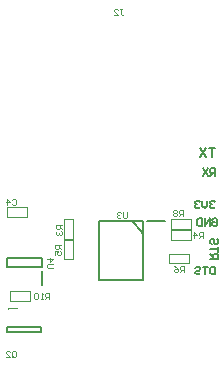
<source format=gbo>
G04*
G04 #@! TF.GenerationSoftware,Altium Limited,Altium Designer,20.0.2 (26)*
G04*
G04 Layer_Color=65535*
%FSLAX44Y44*%
%MOMM*%
G71*
G01*
G75*
%ADD10C,0.2000*%
%ADD14C,0.0762*%
%ADD15C,0.1270*%
%ADD16C,0.0760*%
%ADD99C,0.0500*%
D10*
X2965Y27369D02*
Y31369D01*
Y27369D02*
X31965D01*
Y31369D01*
X2965D02*
X31965D01*
X32996Y67547D02*
Y79047D01*
X2996Y82547D02*
X32996D01*
X2996D02*
Y90047D01*
X32996D01*
Y82547D02*
Y90047D01*
X108890Y121266D02*
X117780Y112376D01*
Y111506D02*
Y112376D01*
X122000Y121516D02*
X136750D01*
X118500Y71266D02*
Y121266D01*
X81500Y71266D02*
X118500D01*
X81500D02*
Y121266D01*
X118500D01*
D14*
X142146Y115021D02*
Y123321D01*
X158946D01*
Y115021D02*
Y123321D01*
X142146Y115021D02*
X158946D01*
X5567Y62042D02*
X22367D01*
X5567Y53741D02*
Y62042D01*
Y53741D02*
X22367D01*
Y62042D01*
X51113Y106040D02*
X59413D01*
X51113D02*
Y122840D01*
X59413D01*
Y106040D02*
Y122840D01*
X142146Y113574D02*
X158946D01*
X142146Y105274D02*
Y113574D01*
Y105274D02*
X158946D01*
Y113574D01*
X51113Y105716D02*
X59413D01*
Y88916D02*
Y105716D01*
X51113Y88916D02*
X59413D01*
X51113D02*
Y105716D01*
X140368Y93762D02*
X157168D01*
X140368Y85462D02*
Y93762D01*
Y85462D02*
X157168D01*
Y93762D01*
X42449Y81369D02*
X38217D01*
X37371Y82215D01*
Y83908D01*
X38217Y84754D01*
X42449D01*
X37371Y88986D02*
X42449D01*
X39910Y86447D01*
Y89833D01*
X38860Y55648D02*
Y60726D01*
X36321D01*
X35475Y59880D01*
Y58187D01*
X36321Y57341D01*
X38860D01*
X37168D02*
X35475Y55648D01*
X33782D02*
X32089D01*
X32936D01*
Y60726D01*
X33782Y59880D01*
X29550D02*
X28704Y60726D01*
X27011D01*
X26165Y59880D01*
Y56494D01*
X27011Y55648D01*
X28704D01*
X29550Y56494D01*
Y59880D01*
X7427Y7280D02*
Y10665D01*
X8274Y11512D01*
X9967D01*
X10813Y10665D01*
Y7280D01*
X9967Y6433D01*
X8274D01*
X9120Y8126D02*
X7427Y6433D01*
X8274D02*
X7427Y7280D01*
X2349Y6433D02*
X5735D01*
X2349Y9819D01*
Y10665D01*
X3196Y11512D01*
X4888D01*
X5735Y10665D01*
X7254Y139157D02*
X8101Y140003D01*
X9794D01*
X10640Y139157D01*
Y135771D01*
X9794Y134925D01*
X8101D01*
X7254Y135771D01*
X3022Y134925D02*
Y140003D01*
X5562Y137464D01*
X2176D01*
D15*
X179657Y82597D02*
Y76249D01*
X176483D01*
X175424Y77307D01*
Y81539D01*
X176483Y82597D01*
X179657D01*
X173309D02*
X169077D01*
X171193D01*
Y76249D01*
X162729Y81539D02*
X163787Y82597D01*
X165903D01*
X166961Y81539D01*
Y80481D01*
X165903Y79423D01*
X163787D01*
X162729Y78365D01*
Y77307D01*
X163787Y76249D01*
X165903D01*
X166961Y77307D01*
X175425Y89057D02*
X181773D01*
Y92231D01*
X180715Y93289D01*
X178599D01*
X177541Y92231D01*
Y89057D01*
Y91173D02*
X175425Y93289D01*
X181773Y95405D02*
Y99637D01*
Y97521D01*
X175425D01*
X180715Y105985D02*
X181773Y104927D01*
Y102811D01*
X180715Y101753D01*
X179657D01*
X178599Y102811D01*
Y104927D01*
X177541Y105985D01*
X176483D01*
X175425Y104927D01*
Y102811D01*
X176483Y101753D01*
X179291Y137608D02*
X178233Y138666D01*
X176117D01*
X175059Y137608D01*
Y136550D01*
X176117Y135492D01*
X177175D01*
X176117D01*
X175059Y134434D01*
Y133376D01*
X176117Y132318D01*
X178233D01*
X179291Y133376D01*
X172943Y138666D02*
Y134434D01*
X170827Y132318D01*
X168711Y134434D01*
Y138666D01*
X166595Y137608D02*
X165537Y138666D01*
X163421D01*
X162363Y137608D01*
Y136550D01*
X163421Y135492D01*
X164479D01*
X163421D01*
X162363Y134434D01*
Y133376D01*
X163421Y132318D01*
X165537D01*
X166595Y133376D01*
X177130Y122661D02*
X178188Y123719D01*
X180304D01*
X181362Y122661D01*
Y118429D01*
X180304Y117371D01*
X178188D01*
X177130Y118429D01*
Y120545D01*
X179246D01*
X175014Y117371D02*
Y123719D01*
X170782Y117371D01*
Y123719D01*
X168666D02*
Y117371D01*
X165492D01*
X164435Y118429D01*
Y122661D01*
X165492Y123719D01*
X168666D01*
X179564Y183125D02*
X174485D01*
X177024D01*
Y175508D01*
X171946Y183125D02*
X166868Y175508D01*
Y183125D02*
X171946Y175508D01*
X179371Y159566D02*
Y165914D01*
X176197D01*
X175140Y164856D01*
Y162740D01*
X176197Y161682D01*
X179371D01*
X177255D02*
X175140Y159566D01*
X173024Y165914D02*
X168792Y159566D01*
Y165914D02*
X173024Y159566D01*
D16*
X3563Y124803D02*
Y132903D01*
X20263Y124803D02*
Y132903D01*
X3563Y124803D02*
X20263D01*
X3563Y132903D02*
X20263D01*
X105038Y128866D02*
Y124634D01*
X104191Y123788D01*
X102498D01*
X101652Y124634D01*
Y128866D01*
X99959Y128020D02*
X99113Y128866D01*
X97420D01*
X96574Y128020D01*
Y127173D01*
X97420Y126327D01*
X98266D01*
X97420D01*
X96574Y125480D01*
Y124634D01*
X97420Y123788D01*
X99113D01*
X99959Y124634D01*
X151839Y125534D02*
Y130613D01*
X149299D01*
X148453Y129766D01*
Y128074D01*
X149299Y127227D01*
X151839D01*
X150146D02*
X148453Y125534D01*
X146760Y129766D02*
X145914Y130613D01*
X144221D01*
X143375Y129766D01*
Y128920D01*
X144221Y128074D01*
X143375Y127227D01*
Y126381D01*
X144221Y125534D01*
X145914D01*
X146760Y126381D01*
Y127227D01*
X145914Y128074D01*
X146760Y128920D01*
Y129766D01*
X145914Y128074D02*
X144221D01*
X152851Y78060D02*
Y83138D01*
X150312D01*
X149465Y82292D01*
Y80599D01*
X150312Y79753D01*
X152851D01*
X151158D02*
X149465Y78060D01*
X144387Y83138D02*
X146080Y82292D01*
X147773Y80599D01*
Y78906D01*
X146926Y78060D01*
X145233D01*
X144387Y78906D01*
Y79753D01*
X145233Y80599D01*
X147773D01*
X49063Y101396D02*
X43985D01*
Y98857D01*
X44831Y98011D01*
X46524D01*
X47370Y98857D01*
Y101396D01*
Y99704D02*
X49063Y98011D01*
X43985Y92932D02*
Y96318D01*
X46524D01*
X45678Y94625D01*
Y93779D01*
X46524Y92932D01*
X48217D01*
X49063Y93779D01*
Y95471D01*
X48217Y96318D01*
X168956Y106980D02*
Y112058D01*
X166416D01*
X165570Y111212D01*
Y109519D01*
X166416Y108673D01*
X168956D01*
X167263D02*
X165570Y106980D01*
X161338D02*
Y112058D01*
X163877Y109519D01*
X160492D01*
X49657Y117726D02*
X44579D01*
Y115187D01*
X45425Y114341D01*
X47118D01*
X47964Y115187D01*
Y117726D01*
Y116034D02*
X49657Y114341D01*
X45425Y112648D02*
X44579Y111802D01*
Y110109D01*
X45425Y109263D01*
X46271D01*
X47118Y110109D01*
Y110955D01*
Y110109D01*
X47964Y109263D01*
X48811D01*
X49657Y110109D01*
Y111802D01*
X48811Y112648D01*
X98712Y300828D02*
X100405D01*
X99559D01*
Y296596D01*
X100405Y295750D01*
X101251D01*
X102098Y296596D01*
X93634Y295750D02*
X97020D01*
X93634Y299135D01*
Y299982D01*
X94480Y300828D01*
X96173D01*
X97020Y299982D01*
D99*
X4231Y47274D02*
Y47437D01*
X11288D01*
M02*

</source>
